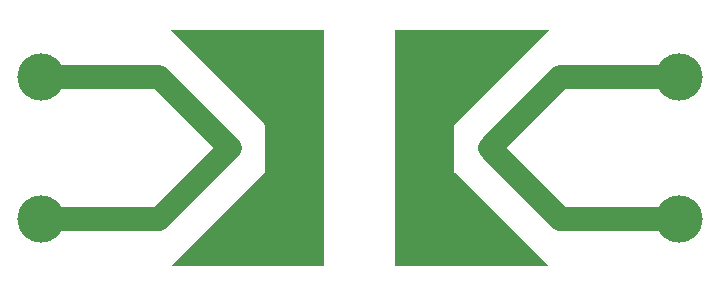
<source format=gbl>
%FSTAX24Y24*%
%MOMM*%
%ADD10C,2*%
%ADD11C,4*%
%LPD*%
D10*
X06Y06D02*
G01*
X16D01*
X22Y12D01*
X16Y18D01*
X06D01*
D11*
Y06D03*
Y18D03*
G36*
X17Y02D02*
X3D01*
Y22D01*
X17D01*
X25Y14D01*
Y1D01*
X17Y02D01*
G37*
D10*
X6Y18D02*
X5D01*
X44Y12D01*
X5Y06D01*
X6D01*
D11*
Y18D03*
Y06D03*
G36*
X49Y22D02*
X36D01*
Y02D01*
X49D01*
X41Y1D01*
Y14D01*
X49Y22D01*
G37*
M02*

</source>
